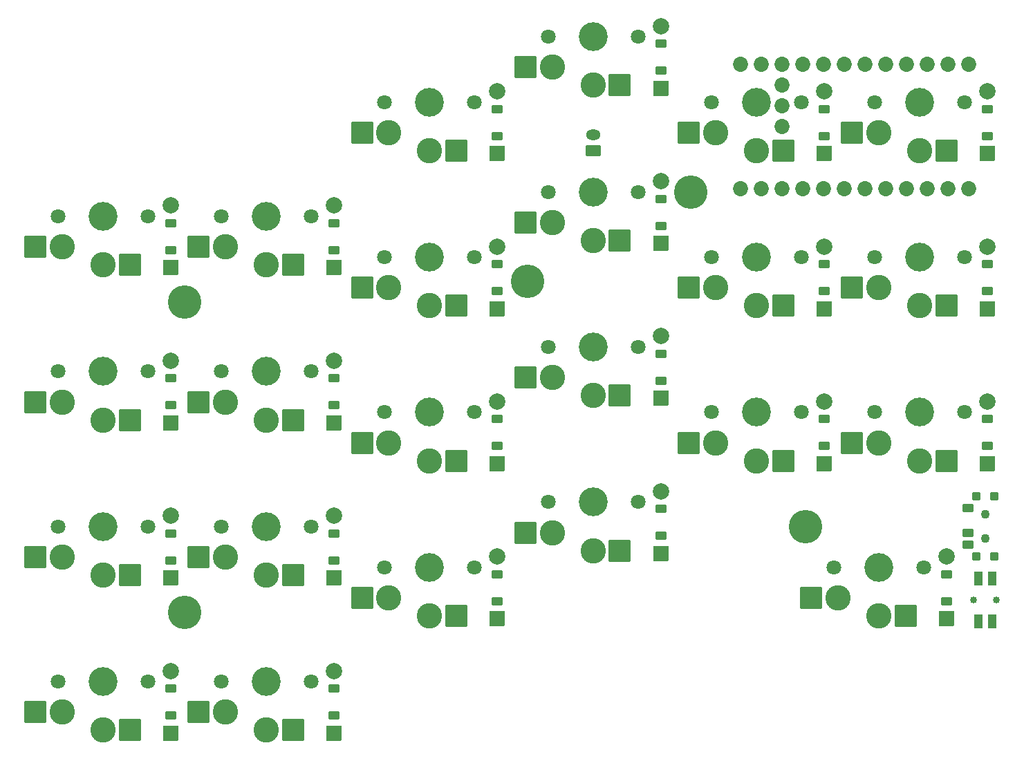
<source format=gbr>
%TF.GenerationSoftware,KiCad,Pcbnew,8.0.7*%
%TF.CreationDate,2025-01-04T23:43:43-07:00*%
%TF.ProjectId,left,6c656674-2e6b-4696-9361-645f70636258,v1.0.0*%
%TF.SameCoordinates,Original*%
%TF.FileFunction,Soldermask,Bot*%
%TF.FilePolarity,Negative*%
%FSLAX46Y46*%
G04 Gerber Fmt 4.6, Leading zero omitted, Abs format (unit mm)*
G04 Created by KiCad (PCBNEW 8.0.7) date 2025-01-04 23:43:43*
%MOMM*%
%LPD*%
G01*
G04 APERTURE LIST*
G04 Aperture macros list*
%AMRoundRect*
0 Rectangle with rounded corners*
0 $1 Rounding radius*
0 $2 $3 $4 $5 $6 $7 $8 $9 X,Y pos of 4 corners*
0 Add a 4 corners polygon primitive as box body*
4,1,4,$2,$3,$4,$5,$6,$7,$8,$9,$2,$3,0*
0 Add four circle primitives for the rounded corners*
1,1,$1+$1,$2,$3*
1,1,$1+$1,$4,$5*
1,1,$1+$1,$6,$7*
1,1,$1+$1,$8,$9*
0 Add four rect primitives between the rounded corners*
20,1,$1+$1,$2,$3,$4,$5,0*
20,1,$1+$1,$4,$5,$6,$7,0*
20,1,$1+$1,$6,$7,$8,$9,0*
20,1,$1+$1,$8,$9,$2,$3,0*%
G04 Aperture macros list end*
%ADD10C,3.529000*%
%ADD11C,1.801800*%
%ADD12C,3.100000*%
%ADD13RoundRect,0.050000X1.300000X1.300000X-1.300000X1.300000X-1.300000X-1.300000X1.300000X-1.300000X0*%
%ADD14RoundRect,0.050000X0.600000X-0.450000X0.600000X0.450000X-0.600000X0.450000X-0.600000X-0.450000X0*%
%ADD15RoundRect,0.050000X0.889000X-0.889000X0.889000X0.889000X-0.889000X0.889000X-0.889000X-0.889000X0*%
%ADD16C,2.005000*%
%ADD17C,1.852600*%
%ADD18C,1.100000*%
%ADD19RoundRect,0.050000X-0.625000X0.450000X-0.625000X-0.450000X0.625000X-0.450000X0.625000X0.450000X0*%
%ADD20RoundRect,0.050000X-0.450000X0.450000X-0.450000X-0.450000X0.450000X-0.450000X0.450000X0.450000X0*%
%ADD21C,0.850000*%
%ADD22RoundRect,0.050000X-0.500000X0.775000X-0.500000X-0.775000X0.500000X-0.775000X0.500000X0.775000X0*%
%ADD23RoundRect,0.050000X0.850000X-0.600000X0.850000X0.600000X-0.850000X0.600000X-0.850000X-0.600000X0*%
%ADD24O,1.800000X1.300000*%
%ADD25C,4.100000*%
G04 APERTURE END LIST*
D10*
%TO.C,S1*%
X100000000Y-150000000D03*
D11*
X94500000Y-150000000D03*
X105500000Y-150000000D03*
D12*
X95000000Y-153750000D03*
X100000000Y-155950000D03*
D13*
X103275000Y-155950000D03*
X91725000Y-153750000D03*
%TD*%
D10*
%TO.C,S2*%
X100000000Y-131000000D03*
D11*
X94500000Y-131000000D03*
X105500000Y-131000000D03*
D12*
X95000000Y-134750000D03*
X100000000Y-136950000D03*
D13*
X103275000Y-136950000D03*
X91725000Y-134750000D03*
%TD*%
D10*
%TO.C,S3*%
X100000000Y-112000000D03*
D11*
X94500000Y-112000000D03*
X105500000Y-112000000D03*
D12*
X95000000Y-115750000D03*
X100000000Y-117950000D03*
D13*
X103275000Y-117950000D03*
X91725000Y-115750000D03*
%TD*%
D10*
%TO.C,S4*%
X100000000Y-93000000D03*
D11*
X94500000Y-93000000D03*
X105500000Y-93000000D03*
D12*
X95000000Y-96750000D03*
X100000000Y-98950000D03*
D13*
X103275000Y-98950000D03*
X91725000Y-96750000D03*
%TD*%
D10*
%TO.C,S5*%
X120000000Y-150000000D03*
D11*
X114500000Y-150000000D03*
X125500000Y-150000000D03*
D12*
X115000000Y-153750000D03*
X120000000Y-155950000D03*
D13*
X123275000Y-155950000D03*
X111725000Y-153750000D03*
%TD*%
D10*
%TO.C,S6*%
X120000000Y-131000000D03*
D11*
X114500000Y-131000000D03*
X125500000Y-131000000D03*
D12*
X115000000Y-134750000D03*
X120000000Y-136950000D03*
D13*
X123275000Y-136950000D03*
X111725000Y-134750000D03*
%TD*%
D10*
%TO.C,S7*%
X120000000Y-112000000D03*
D11*
X114500000Y-112000000D03*
X125500000Y-112000000D03*
D12*
X115000000Y-115750000D03*
X120000000Y-117950000D03*
D13*
X123275000Y-117950000D03*
X111725000Y-115750000D03*
%TD*%
D10*
%TO.C,S8*%
X120000000Y-93000000D03*
D11*
X114500000Y-93000000D03*
X125500000Y-93000000D03*
D12*
X115000000Y-96750000D03*
X120000000Y-98950000D03*
D13*
X123275000Y-98950000D03*
X111725000Y-96750000D03*
%TD*%
D10*
%TO.C,S9*%
X140000000Y-136000000D03*
D11*
X134500000Y-136000000D03*
X145500000Y-136000000D03*
D12*
X135000000Y-139750000D03*
X140000000Y-141950000D03*
D13*
X143275000Y-141950000D03*
X131725000Y-139750000D03*
%TD*%
D10*
%TO.C,S10*%
X140000000Y-117000000D03*
D11*
X134500000Y-117000000D03*
X145500000Y-117000000D03*
D12*
X135000000Y-120750000D03*
X140000000Y-122950000D03*
D13*
X143275000Y-122950000D03*
X131725000Y-120750000D03*
%TD*%
D10*
%TO.C,S11*%
X140000000Y-98000000D03*
D11*
X134500000Y-98000000D03*
X145500000Y-98000000D03*
D12*
X135000000Y-101750000D03*
X140000000Y-103950000D03*
D13*
X143275000Y-103950000D03*
X131725000Y-101750000D03*
%TD*%
D10*
%TO.C,S12*%
X140000000Y-79000000D03*
D11*
X134500000Y-79000000D03*
X145500000Y-79000000D03*
D12*
X135000000Y-82750000D03*
X140000000Y-84950000D03*
D13*
X143275000Y-84950000D03*
X131725000Y-82750000D03*
%TD*%
D10*
%TO.C,S13*%
X160000000Y-128000000D03*
D11*
X154500000Y-128000000D03*
X165500000Y-128000000D03*
D12*
X155000000Y-131750000D03*
X160000000Y-133950000D03*
D13*
X163275000Y-133950000D03*
X151725000Y-131750000D03*
%TD*%
D10*
%TO.C,S14*%
X160000000Y-109000000D03*
D11*
X154500000Y-109000000D03*
X165500000Y-109000000D03*
D12*
X155000000Y-112750000D03*
X160000000Y-114950000D03*
D13*
X163275000Y-114950000D03*
X151725000Y-112750000D03*
%TD*%
D10*
%TO.C,S15*%
X160000000Y-90000000D03*
D11*
X154500000Y-90000000D03*
X165500000Y-90000000D03*
D12*
X155000000Y-93750000D03*
X160000000Y-95950000D03*
D13*
X163275000Y-95950000D03*
X151725000Y-93750000D03*
%TD*%
D10*
%TO.C,S16*%
X160000000Y-71000000D03*
D11*
X154500000Y-71000000D03*
X165500000Y-71000000D03*
D12*
X155000000Y-74750000D03*
X160000000Y-76950000D03*
D13*
X163275000Y-76950000D03*
X151725000Y-74750000D03*
%TD*%
D10*
%TO.C,S17*%
X180000000Y-117000000D03*
D11*
X174500000Y-117000000D03*
X185500000Y-117000000D03*
D12*
X175000000Y-120750000D03*
X180000000Y-122950000D03*
D13*
X183275000Y-122950000D03*
X171725000Y-120750000D03*
%TD*%
D10*
%TO.C,S18*%
X180000000Y-98000000D03*
D11*
X174500000Y-98000000D03*
X185500000Y-98000000D03*
D12*
X175000000Y-101750000D03*
X180000000Y-103950000D03*
D13*
X183275000Y-103950000D03*
X171725000Y-101750000D03*
%TD*%
D10*
%TO.C,S19*%
X180000000Y-79000000D03*
D11*
X174500000Y-79000000D03*
X185500000Y-79000000D03*
D12*
X175000000Y-82750000D03*
X180000000Y-84950000D03*
D13*
X183275000Y-84950000D03*
X171725000Y-82750000D03*
%TD*%
D10*
%TO.C,S20*%
X200000000Y-117000000D03*
D11*
X194500000Y-117000000D03*
X205500000Y-117000000D03*
D12*
X195000000Y-120750000D03*
X200000000Y-122950000D03*
D13*
X203275000Y-122950000D03*
X191725000Y-120750000D03*
%TD*%
D10*
%TO.C,S21*%
X200000000Y-98000000D03*
D11*
X194500000Y-98000000D03*
X205500000Y-98000000D03*
D12*
X195000000Y-101750000D03*
X200000000Y-103950000D03*
D13*
X203275000Y-103950000D03*
X191725000Y-101750000D03*
%TD*%
D10*
%TO.C,S22*%
X200000000Y-79000000D03*
D11*
X194500000Y-79000000D03*
X205500000Y-79000000D03*
D12*
X195000000Y-82750000D03*
X200000000Y-84950000D03*
D13*
X203275000Y-84950000D03*
X191725000Y-82750000D03*
%TD*%
D10*
%TO.C,S23*%
X195000000Y-136000000D03*
D11*
X189500000Y-136000000D03*
X200500000Y-136000000D03*
D12*
X190000000Y-139750000D03*
X195000000Y-141950000D03*
D13*
X198275000Y-141950000D03*
X186725000Y-139750000D03*
%TD*%
D14*
%TO.C,D1*%
X108300000Y-150850000D03*
X108300000Y-154150000D03*
D15*
X108300000Y-156310000D03*
D16*
X108300000Y-148690000D03*
%TD*%
D14*
%TO.C,D2*%
X108300000Y-131850000D03*
X108300000Y-135150000D03*
D15*
X108300000Y-137310000D03*
D16*
X108300000Y-129690000D03*
%TD*%
D14*
%TO.C,D3*%
X108300000Y-112850000D03*
X108300000Y-116150000D03*
D15*
X108300000Y-118310000D03*
D16*
X108300000Y-110690000D03*
%TD*%
D14*
%TO.C,D4*%
X108300000Y-93850000D03*
X108300000Y-97150000D03*
D15*
X108300000Y-99310000D03*
D16*
X108300000Y-91690000D03*
%TD*%
D14*
%TO.C,D5*%
X128300000Y-150850000D03*
X128300000Y-154150000D03*
D15*
X128300000Y-156310000D03*
D16*
X128300000Y-148690000D03*
%TD*%
D14*
%TO.C,D6*%
X128300000Y-131850000D03*
X128300000Y-135150000D03*
D15*
X128300000Y-137310000D03*
D16*
X128300000Y-129690000D03*
%TD*%
D14*
%TO.C,D7*%
X128300000Y-112850000D03*
X128300000Y-116150000D03*
D15*
X128300000Y-118310000D03*
D16*
X128300000Y-110690000D03*
%TD*%
D14*
%TO.C,D8*%
X128300000Y-93850000D03*
X128300000Y-97150000D03*
D15*
X128300000Y-99310000D03*
D16*
X128300000Y-91690000D03*
%TD*%
D14*
%TO.C,D9*%
X148300000Y-136850000D03*
X148300000Y-140150000D03*
D15*
X148300000Y-142310000D03*
D16*
X148300000Y-134690000D03*
%TD*%
D14*
%TO.C,D10*%
X148300000Y-117850000D03*
X148300000Y-121150000D03*
D15*
X148300000Y-123310000D03*
D16*
X148300000Y-115690000D03*
%TD*%
D14*
%TO.C,D11*%
X148300000Y-98850000D03*
X148300000Y-102150000D03*
D15*
X148300000Y-104310000D03*
D16*
X148300000Y-96690000D03*
%TD*%
D14*
%TO.C,D12*%
X148300000Y-79850000D03*
X148300000Y-83150000D03*
D15*
X148300000Y-85310000D03*
D16*
X148300000Y-77690000D03*
%TD*%
D14*
%TO.C,D13*%
X168300000Y-128850000D03*
X168300000Y-132150000D03*
D15*
X168300000Y-134310000D03*
D16*
X168300000Y-126690000D03*
%TD*%
D14*
%TO.C,D14*%
X168300000Y-109850000D03*
X168300000Y-113150000D03*
D15*
X168300000Y-115310000D03*
D16*
X168300000Y-107690000D03*
%TD*%
D14*
%TO.C,D15*%
X168300000Y-90850000D03*
X168300000Y-94150000D03*
D15*
X168300000Y-96310000D03*
D16*
X168300000Y-88690000D03*
%TD*%
D14*
%TO.C,D16*%
X168300000Y-71850000D03*
X168300000Y-75150000D03*
D15*
X168300000Y-77310000D03*
D16*
X168300000Y-69690000D03*
%TD*%
D14*
%TO.C,D17*%
X188300000Y-117850000D03*
X188300000Y-121150000D03*
D15*
X188300000Y-123310000D03*
D16*
X188300000Y-115690000D03*
%TD*%
D14*
%TO.C,D18*%
X188300000Y-98850000D03*
X188300000Y-102150000D03*
D15*
X188300000Y-104310000D03*
D16*
X188300000Y-96690000D03*
%TD*%
D14*
%TO.C,D19*%
X188300000Y-79850000D03*
X188300000Y-83150000D03*
D15*
X188300000Y-85310000D03*
D16*
X188300000Y-77690000D03*
%TD*%
D14*
%TO.C,D20*%
X208300000Y-117850000D03*
X208300000Y-121150000D03*
D15*
X208300000Y-123310000D03*
D16*
X208300000Y-115690000D03*
%TD*%
D14*
%TO.C,D21*%
X208300000Y-98850000D03*
X208300000Y-102150000D03*
D15*
X208300000Y-104310000D03*
D16*
X208300000Y-96690000D03*
%TD*%
D14*
%TO.C,D22*%
X208300000Y-79850000D03*
X208300000Y-83150000D03*
D15*
X208300000Y-85310000D03*
D16*
X208300000Y-77690000D03*
%TD*%
D14*
%TO.C,D23*%
X203300000Y-136850000D03*
X203300000Y-140150000D03*
D15*
X203300000Y-142310000D03*
D16*
X203300000Y-134690000D03*
%TD*%
D17*
%TO.C,MCU1*%
X205970000Y-74380000D03*
X203430000Y-74380000D03*
X200890000Y-74380000D03*
X198350000Y-74380000D03*
X195810000Y-74380000D03*
X193270000Y-74380000D03*
X190730000Y-74380000D03*
X188190000Y-74380000D03*
X185650000Y-74380000D03*
X183110000Y-74380000D03*
X180570000Y-74380000D03*
X178030000Y-74380000D03*
X178030000Y-89620000D03*
X180570000Y-89620000D03*
X183110000Y-89620000D03*
X185650000Y-89620000D03*
X188190000Y-89620000D03*
X190730000Y-89620000D03*
X193270000Y-89620000D03*
X195810000Y-89620000D03*
X198350000Y-89620000D03*
X200890000Y-89620000D03*
X203430000Y-89620000D03*
X205970000Y-89620000D03*
X183110000Y-76920000D03*
X183110000Y-79460000D03*
X183110000Y-82000000D03*
%TD*%
D18*
%TO.C,T1*%
X208000000Y-132500000D03*
X208000000Y-129500000D03*
D19*
X205925000Y-128750000D03*
X205925000Y-131750000D03*
X205925000Y-133250000D03*
D20*
X209100000Y-134700000D03*
X206900000Y-134700000D03*
X206900000Y-127300000D03*
X209100000Y-127300000D03*
%TD*%
D21*
%TO.C,B1*%
X209375000Y-140000000D03*
X206625000Y-140000000D03*
D22*
X208850000Y-137375000D03*
X208850000Y-142625000D03*
X207150000Y-137375000D03*
X207150000Y-142625000D03*
%TD*%
D23*
%TO.C,JST1*%
X160000000Y-85000000D03*
D24*
X160000000Y-83000000D03*
%TD*%
D25*
%TO.C,*%
X110000000Y-141500000D03*
%TD*%
%TO.C,*%
X110000000Y-103500000D03*
%TD*%
%TO.C,*%
X152000000Y-101000000D03*
%TD*%
%TO.C,*%
X186000000Y-131000000D03*
%TD*%
%TO.C,*%
X172000000Y-90000000D03*
%TD*%
M02*

</source>
